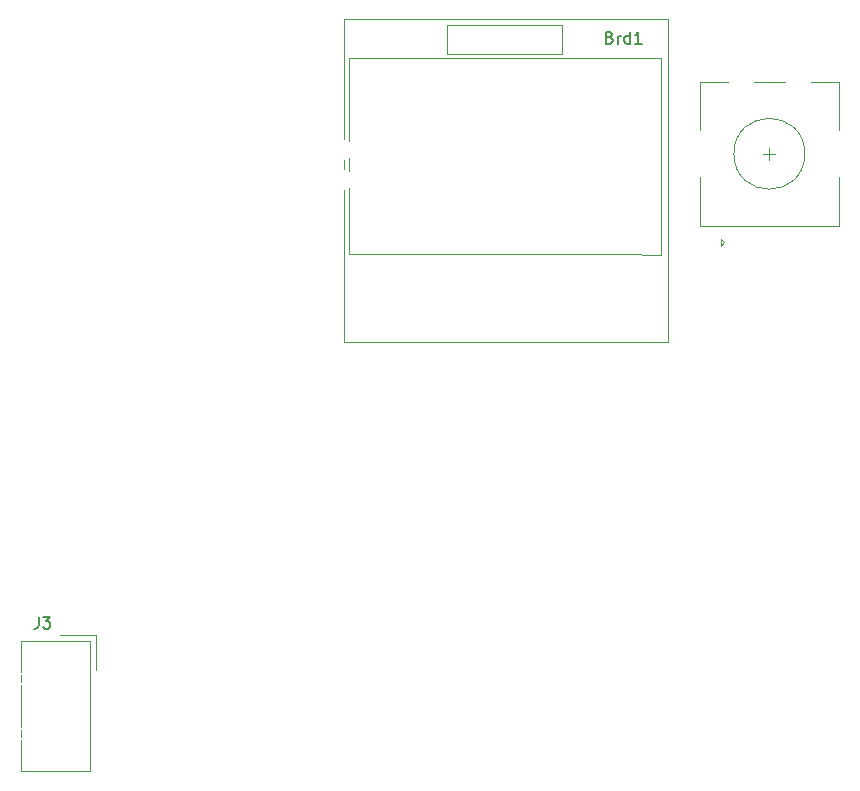
<source format=gto>
G04 #@! TF.GenerationSoftware,KiCad,Pcbnew,7.0.7*
G04 #@! TF.CreationDate,2024-03-19T17:37:58+01:00*
G04 #@! TF.ProjectId,Main_board,4d61696e-5f62-46f6-9172-642e6b696361,rev?*
G04 #@! TF.SameCoordinates,Original*
G04 #@! TF.FileFunction,Legend,Top*
G04 #@! TF.FilePolarity,Positive*
%FSLAX46Y46*%
G04 Gerber Fmt 4.6, Leading zero omitted, Abs format (unit mm)*
G04 Created by KiCad (PCBNEW 7.0.7) date 2024-03-19 17:37:58*
%MOMM*%
%LPD*%
G01*
G04 APERTURE LIST*
%ADD10C,0.150000*%
%ADD11C,0.120000*%
%ADD12R,1.524000X1.524000*%
%ADD13C,1.524000*%
%ADD14O,1.700000X1.700000*%
%ADD15R,1.700000X1.700000*%
%ADD16O,1.600000X2.000000*%
%ADD17C,3.500000*%
%ADD18C,1.700000*%
%ADD19R,2.000000X2.000000*%
%ADD20C,2.000000*%
%ADD21R,2.000000X3.200000*%
G04 APERTURE END LIST*
D10*
X72948566Y-170981119D02*
X72948566Y-171695404D01*
X72948566Y-171695404D02*
X72900947Y-171838261D01*
X72900947Y-171838261D02*
X72805709Y-171933500D01*
X72805709Y-171933500D02*
X72662852Y-171981119D01*
X72662852Y-171981119D02*
X72567614Y-171981119D01*
X73329519Y-170981119D02*
X73948566Y-170981119D01*
X73948566Y-170981119D02*
X73615233Y-171362071D01*
X73615233Y-171362071D02*
X73758090Y-171362071D01*
X73758090Y-171362071D02*
X73853328Y-171409690D01*
X73853328Y-171409690D02*
X73900947Y-171457309D01*
X73900947Y-171457309D02*
X73948566Y-171552547D01*
X73948566Y-171552547D02*
X73948566Y-171790642D01*
X73948566Y-171790642D02*
X73900947Y-171885880D01*
X73900947Y-171885880D02*
X73853328Y-171933500D01*
X73853328Y-171933500D02*
X73758090Y-171981119D01*
X73758090Y-171981119D02*
X73472376Y-171981119D01*
X73472376Y-171981119D02*
X73377138Y-171933500D01*
X73377138Y-171933500D02*
X73329519Y-171885880D01*
X121312133Y-121927209D02*
X121454990Y-121974828D01*
X121454990Y-121974828D02*
X121502609Y-122022447D01*
X121502609Y-122022447D02*
X121550228Y-122117685D01*
X121550228Y-122117685D02*
X121550228Y-122260542D01*
X121550228Y-122260542D02*
X121502609Y-122355780D01*
X121502609Y-122355780D02*
X121454990Y-122403400D01*
X121454990Y-122403400D02*
X121359752Y-122451019D01*
X121359752Y-122451019D02*
X120978800Y-122451019D01*
X120978800Y-122451019D02*
X120978800Y-121451019D01*
X120978800Y-121451019D02*
X121312133Y-121451019D01*
X121312133Y-121451019D02*
X121407371Y-121498638D01*
X121407371Y-121498638D02*
X121454990Y-121546257D01*
X121454990Y-121546257D02*
X121502609Y-121641495D01*
X121502609Y-121641495D02*
X121502609Y-121736733D01*
X121502609Y-121736733D02*
X121454990Y-121831971D01*
X121454990Y-121831971D02*
X121407371Y-121879590D01*
X121407371Y-121879590D02*
X121312133Y-121927209D01*
X121312133Y-121927209D02*
X120978800Y-121927209D01*
X121978800Y-122451019D02*
X121978800Y-121784352D01*
X121978800Y-121974828D02*
X122026419Y-121879590D01*
X122026419Y-121879590D02*
X122074038Y-121831971D01*
X122074038Y-121831971D02*
X122169276Y-121784352D01*
X122169276Y-121784352D02*
X122264514Y-121784352D01*
X123026419Y-122451019D02*
X123026419Y-121451019D01*
X123026419Y-122403400D02*
X122931181Y-122451019D01*
X122931181Y-122451019D02*
X122740705Y-122451019D01*
X122740705Y-122451019D02*
X122645467Y-122403400D01*
X122645467Y-122403400D02*
X122597848Y-122355780D01*
X122597848Y-122355780D02*
X122550229Y-122260542D01*
X122550229Y-122260542D02*
X122550229Y-121974828D01*
X122550229Y-121974828D02*
X122597848Y-121879590D01*
X122597848Y-121879590D02*
X122645467Y-121831971D01*
X122645467Y-121831971D02*
X122740705Y-121784352D01*
X122740705Y-121784352D02*
X122931181Y-121784352D01*
X122931181Y-121784352D02*
X123026419Y-121831971D01*
X124026419Y-122451019D02*
X123454991Y-122451019D01*
X123740705Y-122451019D02*
X123740705Y-121451019D01*
X123740705Y-121451019D02*
X123645467Y-121593876D01*
X123645467Y-121593876D02*
X123550229Y-121689114D01*
X123550229Y-121689114D02*
X123454991Y-121736733D01*
D11*
X77781900Y-172526300D02*
X77781900Y-175526300D01*
X71481900Y-181426300D02*
X71481900Y-184076300D01*
X71481900Y-176776300D02*
X71481900Y-180276300D01*
X71481900Y-173026300D02*
X71481900Y-175676300D01*
X74781900Y-172526300D02*
X77781900Y-172526300D01*
X71481900Y-175926300D02*
X71481900Y-176526300D01*
X71481900Y-180526300D02*
X71481900Y-181126300D01*
X77331900Y-173026300D02*
X77331900Y-184076300D01*
X71481900Y-184076300D02*
X77331900Y-184076300D01*
X71481900Y-173026300D02*
X77331900Y-173026300D01*
X125690000Y-123683600D02*
X125436000Y-123695600D01*
X125690000Y-140320600D02*
X125690000Y-123683600D01*
X122350000Y-140295600D02*
X125690000Y-140320600D01*
X122350000Y-123695600D02*
X125436000Y-123695600D01*
X107529000Y-120889600D02*
X107529000Y-123302600D01*
X117308000Y-123302600D02*
X107529000Y-123302600D01*
X117308000Y-120889600D02*
X117308000Y-123302600D01*
X107529000Y-120889600D02*
X117308000Y-120889600D01*
X99250000Y-123695600D02*
X122350000Y-123695600D01*
X99250000Y-140295600D02*
X99250000Y-123695600D01*
X122350000Y-140295600D02*
X99250000Y-140295600D01*
X98828000Y-147700600D02*
X98828000Y-120400600D01*
X126228000Y-147700600D02*
X98828000Y-147700600D01*
X126228000Y-120400600D02*
X126228000Y-147700600D01*
X98828000Y-120400600D02*
X126228000Y-120400600D01*
X130723200Y-139579200D02*
X130723200Y-138979200D01*
X131023200Y-139279200D02*
X130723200Y-139579200D01*
X130723200Y-138979200D02*
X131023200Y-139279200D01*
X128923200Y-137879200D02*
X140723200Y-137879200D01*
X128923200Y-133779200D02*
X128923200Y-137879200D01*
X140723200Y-133779200D02*
X140723200Y-137879200D01*
X134823200Y-132279200D02*
X134823200Y-131279200D01*
X134323200Y-131779200D02*
X135323200Y-131779200D01*
X128923200Y-129779200D02*
X128923200Y-125679200D01*
X128923200Y-125679200D02*
X131323200Y-125679200D01*
X133523200Y-125679200D02*
X136123200Y-125679200D01*
X138323200Y-125679200D02*
X140723200Y-125679200D01*
X140723200Y-125679200D02*
X140723200Y-129779200D01*
X137823200Y-131779200D02*
G75*
G03*
X137823200Y-131779200I-3000000J0D01*
G01*
%LPC*%
D12*
X74781900Y-175526300D03*
D13*
X74781900Y-177526300D03*
X74781900Y-179526300D03*
X74781900Y-181526300D03*
D14*
X83646600Y-156413200D03*
D15*
X83646600Y-158953200D03*
D14*
X83646600Y-161493200D03*
X131676600Y-150063200D03*
X129136600Y-150063200D03*
D15*
X126596600Y-150063200D03*
D14*
X124056600Y-150063200D03*
X121516600Y-150063200D03*
X118976600Y-150063200D03*
X116436600Y-150063200D03*
D15*
X113896600Y-150063200D03*
D14*
X111356600Y-150063200D03*
X108816600Y-150063200D03*
X106276600Y-150063200D03*
X103736600Y-150063200D03*
D15*
X101196600Y-150063200D03*
D14*
X98656600Y-150063200D03*
X96116600Y-150063200D03*
X93576600Y-150063200D03*
X91036600Y-150063200D03*
D15*
X88496600Y-150063200D03*
D14*
X85956600Y-150063200D03*
X83416600Y-150063200D03*
X83416600Y-167843200D03*
X85956600Y-167843200D03*
D15*
X88496600Y-167843200D03*
D14*
X91036600Y-167843200D03*
X93576600Y-167843200D03*
X96116600Y-167843200D03*
X98656600Y-167843200D03*
D15*
X101196600Y-167843200D03*
D14*
X103736600Y-167843200D03*
X106276600Y-167843200D03*
X108816600Y-167843200D03*
X111356600Y-167843200D03*
D15*
X113896600Y-167843200D03*
D14*
X116436600Y-167843200D03*
X118976600Y-167843200D03*
X121516600Y-167843200D03*
X124056600Y-167843200D03*
D15*
X126596600Y-167843200D03*
D14*
X129136600Y-167843200D03*
X131676600Y-167843200D03*
X111836200Y-131495800D03*
X111836200Y-134035800D03*
X114376200Y-131495800D03*
X114376200Y-134035800D03*
X116916200Y-131495800D03*
X116916200Y-134035800D03*
X119456200Y-131495800D03*
X119456200Y-134035800D03*
X121996200Y-131495800D03*
D15*
X121996200Y-134035800D03*
D16*
X116228000Y-122100600D03*
X113688000Y-122100600D03*
X108608000Y-122100600D03*
X111148000Y-122100600D03*
D17*
X142036800Y-149034300D03*
X142036800Y-161074300D03*
D18*
X139326800Y-156304300D03*
X139326800Y-153804300D03*
X137326800Y-153804300D03*
D15*
X137326800Y-156304300D03*
D14*
X91038600Y-188280200D03*
X91038600Y-185740200D03*
X88498600Y-188280200D03*
X88498600Y-185740200D03*
X85958600Y-188280200D03*
X85958600Y-185740200D03*
X83418600Y-188280200D03*
X83418600Y-185740200D03*
X80878600Y-188280200D03*
D15*
X80878600Y-185740200D03*
D19*
X132323200Y-139279200D03*
D20*
X137323200Y-139279200D03*
X134823200Y-139279200D03*
D21*
X129223200Y-131779200D03*
X140423200Y-131779200D03*
D20*
X137323200Y-124779200D03*
X132323200Y-124779200D03*
D15*
X97693400Y-185740200D03*
D14*
X97693400Y-188280200D03*
X100233400Y-185740200D03*
X100233400Y-188280200D03*
X102773400Y-185740200D03*
X102773400Y-188280200D03*
X105313400Y-185740200D03*
X105313400Y-188280200D03*
X107853400Y-185740200D03*
X107853400Y-188280200D03*
X141833600Y-188137800D03*
X141833600Y-185597800D03*
X139293600Y-188137800D03*
X139293600Y-185597800D03*
X136753600Y-188137800D03*
X136753600Y-185597800D03*
X134213600Y-188137800D03*
X134213600Y-185597800D03*
X131673600Y-188137800D03*
D15*
X131673600Y-185597800D03*
D14*
X76123800Y-131495800D03*
X76123800Y-134035800D03*
X78663800Y-131495800D03*
X78663800Y-134035800D03*
X81203800Y-131495800D03*
X81203800Y-134035800D03*
X83743800Y-131495800D03*
X83743800Y-134035800D03*
X86283800Y-131495800D03*
D15*
X86283800Y-134035800D03*
X74091800Y-164617400D03*
D14*
X76631800Y-164617400D03*
X74091800Y-162077400D03*
X76631800Y-162077400D03*
X74091800Y-159537400D03*
X76631800Y-159537400D03*
X74091800Y-156997400D03*
X76631800Y-156997400D03*
X74091800Y-154457400D03*
X76631800Y-154457400D03*
D15*
X114604800Y-185724800D03*
D14*
X114604800Y-188264800D03*
X117144800Y-185724800D03*
X117144800Y-188264800D03*
X119684800Y-185724800D03*
X119684800Y-188264800D03*
X122224800Y-185724800D03*
X122224800Y-188264800D03*
X124764800Y-185724800D03*
X124764800Y-188264800D03*
X93726000Y-131495800D03*
X93726000Y-134035800D03*
X96266000Y-131495800D03*
X96266000Y-134035800D03*
X98806000Y-131495800D03*
X98806000Y-134035800D03*
X101346000Y-131495800D03*
X101346000Y-134035800D03*
X103886000Y-131495800D03*
D15*
X103886000Y-134035800D03*
%LPD*%
M02*

</source>
